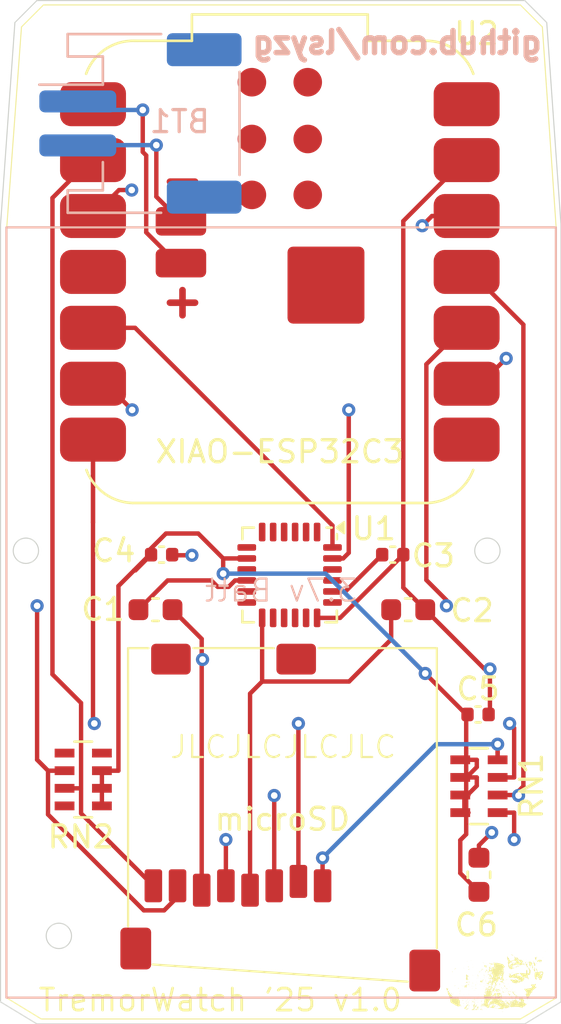
<source format=kicad_pcb>
(kicad_pcb (version 20241229) (generator "pcbnew") (generator_version "9.0")
  (layers (0 "F.Cu" signal) (4 "In1.Cu" signal) (6 "In2.Cu" signal) (2 "B.Cu" signal) (13 "F.Paste" user) (15 "B.Paste" user) (5 "F.SilkS" user "F.Silkscreen") (7 "B.SilkS" user "B.Silkscreen") (1 "F.Mask" user) (3 "B.Mask" user) (25 "Edge.Cuts" user))
  (net 0 "")
  (net 6 "SCL")
  (net 7 "+3V3")
  (net 9 "Net-(U1-CPOUT)")
  (net 11 "Net-(U1-REGOUT)")
  (net 21 "SDA")
  (net 22 "GND")
  (net 26 "DAT2")
  (net 29 "CLK")
  (net 30 "MISO{slash}SO")
  (net 32 "CS")
  (net 33 "MOSI{slash}SI")
  (net 34 "/CARDDET")
  (net 36 "DAT1")
  (net 37 "Net-(BT1--)")
  (net 38 "Net-(BT1-+)")
  (footprint "Capacitor_SMD:C_0603_1608Metric" (layer "F.Cu") (at 125.3972 107.1785)
    (property "Reference" "C1" (at -2.392154 -0.013307 0) (layer "F.SilkS"))
    (property "Value" "0.1uF")
    (pad "1" smd roundrect (at -0.775 0) (size 0.9 0.95) (layers "F.Cu" "F.Mask" "F.Paste") (net 11 "Net-(U1-REGOUT)"))
    (pad "2" smd roundrect (at 0.775 0) (size 0.9 0.95) (layers "F.Cu" "F.Mask" "F.Paste") (net 22 "GND"))
  )
  (footprint "Capacitor_SMD:C_0402_1005Metric" (layer "F.Cu") (at 125.6764 104.6785)
    (property "Reference" "C4" (at -2.1764 -0.1785 0) (layer "F.SilkS"))
    (property "Value" "10nF")
    (pad "1" smd roundrect (at -0.48 0) (size 0.56 0.62) (layers "F.Cu" "F.Mask" "F.Paste") (net 7 "+3V3"))
    (pad "2" smd roundrect (at 0.48 0) (size 0.56 0.62) (layers "F.Cu" "F.Mask" "F.Paste") (net 22 "GND"))
  )
  (footprint "Capacitor_SMD:C_0402_1005Metric" (layer "F.Cu") (at 140.0751 111.9391)
    (property "Reference" "C5" (at 0 -1.16 0) (layer "F.SilkS"))
    (property "Value" "10uF")
    (pad "1" smd roundrect (at -0.48 0) (size 0.56 0.62) (layers "F.Cu" "F.Mask" "F.Paste") (net 7 "+3V3"))
    (pad "2" smd roundrect (at 0.48 0) (size 0.56 0.62) (layers "F.Cu" "F.Mask" "F.Paste") (net 22 "GND"))
  )
  (footprint "Sensor_Motion:InvenSense_QFN-24_4x4mm_P0.5mm" (layer "F.Cu") (at 131.5 105.6002 -90)
    (property "Reference" "U1" (at -2.1002 -3.829819 180) (layer "F.SilkS"))
    (property "Value" "MPU-6050")
    (pad "1" smd roundrect (at -1.95 -1.25 270) (size 0.85 0.3) (layers "F.Cu" "F.Mask" "F.Paste"))
    (pad "2" smd roundrect (at -1.95 -0.75 270) (size 0.85 0.3) (layers "F.Cu" "F.Mask" "F.Paste"))
    (pad "3" smd roundrect (at -1.95 -0.25 270) (size 0.85 0.3) (layers "F.Cu" "F.Mask" "F.Paste"))
    (pad "4" smd roundrect (at -1.95 0.25 270) (size 0.85 0.3) (layers "F.Cu" "F.Mask" "F.Paste"))
    (pad "5" smd roundrect (at -1.95 0.75 270) (size 0.85 0.3) (layers "F.Cu" "F.Mask" "F.Paste"))
    (pad "6" smd roundrect (at -1.95 1.25 270) (size 0.85 0.3) (layers "F.Cu" "F.Mask" "F.Paste"))
    (pad "7" smd roundrect (at -1.25 1.95) (size 0.85 0.3) (layers "F.Cu" "F.Mask" "F.Paste"))
    (pad "8" smd roundrect (at -0.75 1.95) (size 0.85 0.3) (layers "F.Cu" "F.Mask" "F.Paste") (net 7 "+3V3"))
    (pad "9" smd roundrect (at -0.25 1.95) (size 0.85 0.3) (layers "F.Cu" "F.Mask" "F.Paste"))
    (pad "10" smd roundrect (at 0.25 1.95) (size 0.85 0.3) (layers "F.Cu" "F.Mask" "F.Paste") (net 11 "Net-(U1-REGOUT)"))
    (pad "11" smd roundrect (at 0.75 1.95) (size 0.85 0.3) (layers "F.Cu" "F.Mask" "F.Paste"))
    (pad "12" smd roundrect (at 1.25 1.95) (size 0.85 0.3) (layers "F.Cu" "F.Mask" "F.Paste"))
    (pad "13" smd roundrect (at 1.95 1.25 270) (size 0.85 0.3) (layers "F.Cu" "F.Mask" "F.Paste") (net 7 "+3V3"))
    (pad "14" smd roundrect (at 1.95 0.75 270) (size 0.85 0.3) (layers "F.Cu" "F.Mask" "F.Paste"))
    (pad "15" smd roundrect (at 1.95 0.25 270) (size 0.85 0.3) (layers "F.Cu" "F.Mask" "F.Paste"))
    (pad "16" smd roundrect (at 1.95 -0.25 270) (size 0.85 0.3) (layers "F.Cu" "F.Mask" "F.Paste"))
    (pad "17" smd roundrect (at 1.95 -0.75 270) (size 0.85 0.3) (layers "F.Cu" "F.Mask" "F.Paste"))
    (pad "18" smd roundrect (at 1.95 -1.25 270) (size 0.85 0.3) (layers "F.Cu" "F.Mask" "F.Paste") (net 22 "GND"))
    (pad "19" smd roundrect (at 1.25 -1.95) (size 0.85 0.3) (layers "F.Cu" "F.Mask" "F.Paste"))
    (pad "20" smd roundrect (at 0.75 -1.95) (size 0.85 0.3) (layers "F.Cu" "F.Mask" "F.Paste") (net 9 "Net-(U1-CPOUT)"))
    (pad "21" smd roundrect (at 0.25 -1.95) (size 0.85 0.3) (layers "F.Cu" "F.Mask" "F.Paste"))
    (pad "22" smd roundrect (at -0.25 -1.95) (size 0.85 0.3) (layers "F.Cu" "F.Mask" "F.Paste"))
    (pad "23" smd roundrect (at -0.75 -1.95) (size 0.85 0.3) (layers "F.Cu" "F.Mask" "F.Paste") (net 6 "SCL"))
    (pad "24" smd roundrect (at -1.25 -1.95) (size 0.85 0.3) (layers "F.Cu" "F.Mask" "F.Paste") (net 21 "SDA"))
  )
  (footprint "Resistor_SMD:R_Array_Concave_4x0603" (layer "F.Cu") (at 140.1151 115.2)
    (property "Reference" "RN1" (at 2.3849 -0.006163 270) (layer "F.SilkS"))
    (property "Value" "4.7k")
    (pad "1" smd rect (at -0.85 -1.2) (size 0.9 0.4) (layers "F.Cu" "F.Mask" "F.Paste") (net 7 "+3V3"))
    (pad "2" smd rect (at -0.85 -0.4) (size 0.9 0.4) (layers "F.Cu" "F.Mask" "F.Paste") (net 7 "+3V3"))
    (pad "3" smd rect (at -0.85 0.4) (size 0.9 0.4) (layers "F.Cu" "F.Mask" "F.Paste") (net 7 "+3V3"))
    (pad "4" smd rect (at -0.85 1.2) (size 0.9 0.4) (layers "F.Cu" "F.Mask" "F.Paste") (net 7 "+3V3"))
    (pad "5" smd rect (at 0.85 1.2) (size 0.9 0.4) (layers "F.Cu" "F.Mask" "F.Paste") (net 29 "CLK"))
    (pad "6" smd rect (at 0.85 0.4) (size 0.9 0.4) (layers "F.Cu" "F.Mask" "F.Paste") (net 33 "MOSI{slash}SI"))
    (pad "7" smd rect (at 0.85 -0.4) (size 0.9 0.4) (layers "F.Cu" "F.Mask" "F.Paste") (net 32 "CS"))
    (pad "8" smd rect (at 0.85 -1.2) (size 0.9 0.4) (layers "F.Cu" "F.Mask" "F.Paste") (net 26 "DAT2"))
  )
  (footprint "Adafruit_MicroSD_Socket:timmy2" (layer "F.Cu") (at 140.885188 123.851889)
    (property "Reference" "Intimidator" (hide yes))
    (property "Value" "LOGO" (hide yes))
  )
  (footprint "Capacitor_SMD:C_0603_1608Metric" (layer "F.Cu") (at 140.1151 119.225 90)
    (property "Reference" "C6" (at -2.275 -0.1151 180) (layer "F.SilkS"))
    (property "Value" "0.1uF")
    (pad "1" smd roundrect (at -0.775 0 90) (size 0.9 0.95) (layers "F.Cu" "F.Mask" "F.Paste") (net 7 "+3V3"))
    (pad "2" smd roundrect (at 0.775 0 90) (size 0.9 0.95) (layers "F.Cu" "F.Mask" "F.Paste") (net 22 "GND"))
  )
  (footprint "Adafruit_MicroSD_Socket:MicroSD_Socket" (layer "F.Cu") (at 131.175 116.7 180)
    (property "Reference" "X1")
    (property "Value" "microSD" (at 0 0 0) (layer "F.SilkS"))
    (pad "1" smd roundrect (at -1.825 -3.025 180) (size 0.8 1.5) (layers "F.Cu" "F.Mask" "F.Paste" "Eco2.User") (roundrect_rratio 0.15) (net 26 "DAT2"))
    (pad "2" smd roundrect (at -0.725 -2.825 90) (size 1.5 0.8) (layers "F.Cu" "F.Mask" "F.Paste") (roundrect_rratio 0.15) (net 32 "CS"))
    (pad "3" smd roundrect (at 0.375 -3.025 90) (size 1.5 0.8) (layers "F.Cu" "F.Mask" "F.Paste") (roundrect_rratio 0.15) (net 33 "MOSI{slash}SI"))
    (pad "4" smd roundrect (at 1.475 -3.225 90) (size 1.5 0.8) (layers "F.Cu" "F.Mask" "F.Paste") (roundrect_rratio 0.15) (net 7 "+3V3"))
    (pad "5" smd roundrect (at 2.575 -3.025 90) (size 1.5 0.8) (layers "F.Cu" "F.Mask" "F.Paste") (roundrect_rratio 0.15) (net 29 "CLK"))
    (pad "6" smd roundrect (at 3.675 -3.225 90) (size 1.5 0.8) (layers "F.Cu" "F.Mask" "F.Paste") (roundrect_rratio 0.15) (net 22 "GND"))
    (pad "7" smd roundrect (at 4.775 -3.025 90) (size 1.5 0.8) (layers "F.Cu" "F.Mask" "F.Paste") (roundrect_rratio 0.15) (net 30 "MISO{slash}SO"))
    (pad "8" smd roundrect (at 5.875 -3.025 90) (size 1.5 0.8) (layers "F.Cu" "F.Mask" "F.Paste") (roundrect_rratio 0.15) (net 36 "DAT1"))
    (pad "9" smd roundrect (at 5.075 7.275) (size 1.8 1.4) (layers "F.Cu" "F.Mask" "F.Paste") (roundrect_rratio 0.15))
    (pad "10" smd roundrect (at -0.625 7.275) (size 1.8 1.4) (layers "F.Cu" "F.Mask" "F.Paste") (roundrect_rratio 0.15))
    (pad "GND" smd roundrect (at -6.475 -6.875 270) (size 1.9 1.4) (layers "F.Cu" "F.Mask" "F.Paste") (roundrect_rratio 0.15))
    (pad "GND" smd roundrect (at 6.675 -5.875 270) (size 1.9 1.4) (layers "F.Cu" "F.Mask" "F.Paste") (roundrect_rratio 0.15))
  )
  (footprint "Capacitor_SMD:C_0402_1005Metric" (layer "F.Cu") (at 136.1922 104.6785 180)
    (property "Reference" "C3" (at -1.849197 -0.050733 180) (layer "F.SilkS"))
    (property "Value" "2.2nF")
    (pad "1" smd roundrect (at -0.48 0 180) (size 0.56 0.62) (layers "F.Cu" "F.Mask" "F.Paste") (net 22 "GND"))
    (pad "2" smd roundrect (at 0.48 0 180) (size 0.56 0.62) (layers "F.Cu" "F.Mask" "F.Paste") (net 9 "Net-(U1-CPOUT)"))
  )
  (footprint "RF_Module:MCU_Seeed_ESP32C3" (layer "F.Cu") (at 131.0545 91.8305)
    (property "Reference" "U2" (at 8.9455 -10.8305 0) (layer "F.SilkS"))
    (property "Value" "XIAO-ESP32C3" (at 0 8.1695 0) (layer "F.SilkS"))
    (pad "1" smd roundrect (at -8.5 -7.62) (size 3 2) (layers "F.Cu" "F.Mask" "F.Paste"))
    (pad "2" smd roundrect (at -8.5 -5.08) (size 3 2) (layers "F.Cu" "F.Mask" "F.Paste") (net 36 "DAT1"))
    (pad "3" smd roundrect (at -8.5 -2.54) (size 3 2) (layers "F.Cu" "F.Mask" "F.Paste") (net 26 "DAT2"))
    (pad "4" smd roundrect (at -8.5 0) (size 3 2) (layers "F.Cu" "F.Mask" "F.Paste"))
    (pad "5" smd roundrect (at -8.5 2.54) (size 3 2) (layers "F.Cu" "F.Mask" "F.Paste") (net 21 "SDA"))
    (pad "6" smd roundrect (at -8.5 5.08) (size 3 2) (layers "F.Cu" "F.Mask" "F.Paste") (net 6 "SCL"))
    (pad "7" smd roundrect (at -8.5 7.62) (size 3 2) (layers "F.Cu" "F.Mask" "F.Paste") (net 32 "CS"))
    (pad "8" smd roundrect (at 8.5 7.62) (size 3 2) (layers "F.Cu" "F.Mask" "F.Paste"))
    (pad "9" smd roundrect (at 8.5 5.08) (size 3 2) (layers "F.Cu" "F.Mask" "F.Paste") (net 29 "CLK"))
    (pad "10" smd roundrect (at 8.5 2.54) (size 3 2) (layers "F.Cu" "F.Mask" "F.Paste") (net 30 "MISO{slash}SO"))
    (pad "11" smd roundrect (at 8.5 0) (size 3 2) (layers "F.Cu" "F.Mask" "F.Paste") (net 33 "MOSI{slash}SI"))
    (pad "12" smd roundrect (at 8.5 -2.54) (size 3 2) (layers "F.Cu" "F.Mask" "F.Paste") (net 7 "+3V3"))
    (pad "13" smd roundrect (at 8.5 -5.08) (size 3 2) (layers "F.Cu" "F.Mask" "F.Paste") (net 22 "GND"))
    (pad "14" smd roundrect (at 8.5 -7.62) (size 3 2) (layers "F.Cu" "F.Mask" "F.Paste"))
    (pad "15" smd roundrect (at 2.1 0.6) (size 3.5 3.5) (property pad_prop_heatsink) (layers "F.Cu" "F.Mask") (roundrect_rratio 0.07142857143))
    (pad "16" smd roundrect (at -4.5 -0.4) (size 2.3 1.3) (layers "F.Cu" "F.Mask" "F.Paste") (roundrect_rratio 0.1923076923) (net 38 "Net-(BT1-+)"))
    (pad "17" smd roundrect (at -4.5 -2.3) (size 2.3 1.3) (layers "F.Cu" "F.Mask" "F.Paste") (roundrect_rratio 0.1923076923) (net 37 "Net-(BT1--)"))
    (pad "18" smd circle (at -1.27 -8.62) (size 1.3 1.3) (layers "F.Cu" "F.Mask" "F.Paste"))
    (pad "19" smd circle (at -1.27 -6.04) (size 1.3 1.3) (layers "F.Cu" "F.Mask" "F.Paste"))
    (pad "20" smd circle (at -1.27 -3.5) (size 1.3 1.3) (layers "F.Cu" "F.Mask" "F.Paste"))
    (pad "21" smd circle (at 1.27 -3.5) (size 1.3 1.3) (layers "F.Cu" "F.Mask" "F.Paste"))
    (pad "22" smd circle (at 1.27 -6.04) (size 1.3 1.3) (layers "F.Cu" "F.Mask" "F.Paste"))
    (pad "23" smd circle (at 1.27 -8.62) (size 1.3 1.3) (layers "F.Cu" "F.Mask" "F.Paste"))
  )
  (footprint "Capacitor_SMD:C_0603_1608Metric" (layer "F.Cu") (at 136.8972 107.1785)
    (property "Reference" "C2" (at 2.906924 0.040683 0) (layer "F.SilkS"))
    (property "Value" "0.1uF")
    (pad "1" smd roundrect (at -0.775 0) (size 0.9 0.95) (layers "F.Cu" "F.Mask" "F.Paste") (net 7 "+3V3"))
    (pad "2" smd roundrect (at 0.775 0) (size 0.9 0.95) (layers "F.Cu" "F.Mask" "F.Paste") (net 22 "GND"))
  )
  (footprint "Resistor_SMD:R_Array_Concave_4x0603" (layer "F.Cu") (at 122.109 114.8946 180)
    (property "Reference" "RN2" (at 0.109 -2.6054 180) (layer "F.SilkS"))
    (property "Value" "4.7k")
    (pad "1" smd rect (at -0.85 -1.2 180) (size 0.9 0.4) (layers "F.Cu" "F.Mask" "F.Paste") (net 7 "+3V3"))
    (pad "2" smd rect (at -0.85 -0.4 180) (size 0.9 0.4) (layers "F.Cu" "F.Mask" "F.Paste") (net 7 "+3V3"))
    (pad "3" smd rect (at -0.85 0.4 180) (size 0.9 0.4) (layers "F.Cu" "F.Mask" "F.Paste") (net 7 "+3V3"))
    (pad "4" smd rect (at -0.85 1.2 180) (size 0.9 0.4) (layers "F.Cu" "F.Mask" "F.Paste"))
    (pad "5" smd rect (at 0.85 1.2 180) (size 0.9 0.4) (layers "F.Cu" "F.Mask" "F.Paste"))
    (pad "6" smd rect (at 0.85 0.4 180) (size 0.9 0.4) (layers "F.Cu" "F.Mask" "F.Paste") (net 30 "MISO{slash}SO"))
    (pad "7" smd rect (at 0.85 -0.4 180) (size 0.9 0.4) (layers "F.Cu" "F.Mask" "F.Paste") (net 36 "DAT1"))
    (pad "8" smd rect (at 0.85 -1.2 180) (size 0.9 0.4) (layers "F.Cu" "F.Mask" "F.Paste") (net 34 "/CARDDET"))
  )
  (footprint "Connector_JST:JST_PH_S2B-PH-SM4-TB_1x02-1MP_P2.00mm_Horizontal" (layer "B.Cu") (at 124.71237 85.083407 -90)
    (property "Reference" "BT1" (at -0.083407 -1.78763 180) (layer "B.SilkS") (effects (justify mirror)))
    (property "Value" "Battery_Cell")
    (pad "1" smd roundrect (at -1 2.85 270) (size 1 3.5) (layers "B.Cu" "B.Mask" "B.Paste") (net 38 "Net-(BT1-+)"))
    (pad "2" smd roundrect (at 1 2.85 270) (size 1 3.5) (layers "B.Cu" "B.Mask" "B.Paste") (net 37 "Net-(BT1--)"))
    (pad "MP" smd roundrect (at -3.35 -2.9 270) (size 1.5 3.4) (layers "B.Cu" "B.Mask" "B.Paste") (roundrect_rratio 0.166667))
    (pad "MP" smd roundrect (at 3.35 -2.9 270) (size 1.5 3.4) (layers "B.Cu" "B.Mask" "B.Paste") (roundrect_rratio 0.166667))
  )
  (footprint "Adafruit_MicroSD_Socket:bat_outline" (layer "B.Cu") (at 131.1148 106.8062 180)
    (property "Reference" "3.7v Batt" (at 0 0.5 0) (layer "B.SilkS") (effects (font (thickness 0.1)) (justify mirror)))
    (property "Value" "bat_outline")
  )
  (gr_line (start 120.3 79.699278) (end 142 79.699278) (stroke (width 0.05)) (layer "F.SilkS"))
  (gr_line (start 143.628733 89.820085) (end 143.628733 124.820085) (stroke (width 0.05)) (layer "F.SilkS"))
  (gr_line (start 142 79.699278) (end 143 80.699278) (stroke (width 0.05)) (layer "F.SilkS"))
  (gr_line (start 142 125.775813) (end 143.628733 124.820085) (stroke (width 0.05)) (layer "F.SilkS"))
  (gr_line (start 120.2 125.775813) (end 142 125.775813) (stroke (width 0.05)) (layer "F.SilkS"))
  (gr_line (start 119.3 80.699278) (end 120.3 79.699278) (stroke (width 0.05)) (layer "F.SilkS"))
  (gr_line (start 143 80.699278) (end 143.628733 89.820085) (stroke (width 0.05)) (layer "F.SilkS"))
  (gr_line (start 118.628733 89.820085) (end 118.628733 124.820085) (stroke (width 0.05)) (layer "F.SilkS"))
  (gr_line (start 118.628733 124.820085) (end 120.2 125.775813) (stroke (width 0.05)) (layer "F.SilkS"))
  (gr_line (start 119.3 80.699278) (end 118.628733 89.820085) (stroke (width 0.05)) (layer "F.SilkS"))
  (gr_line (start 143.846918 125) (end 143.846918 89.672965) (stroke (width 0.05)) (layer "Edge.Cuts"))
  (gr_line (start 119 80.5) (end 120 79.5) (stroke (width 0.05)) (layer "Edge.Cuts"))
  (gr_circle (center 140.5 104.5) (end 141.076 104.5) (stroke (width 0.05)) (fill no) (layer "Edge.Cuts"))
  (gr_circle (center 119.5 104.5) (end 120.076 104.5) (stroke (width 0.05)) (fill no) (layer "Edge.Cuts"))
  (gr_line (start 142.2 126) (end 143.846918 125) (stroke (width 0.05)) (layer "Edge.Cuts"))
  (gr_line (start 120 126) (end 142.2 126) (stroke (width 0.05)) (layer "Edge.Cuts"))
  (gr_line (start 119 80.5) (end 118.346918 89.672965) (stroke (width 0.05)) (layer "Edge.Cuts"))
  (gr_line (start 118.346918 125) (end 120 126) (stroke (width 0.05)) (layer "Edge.Cuts"))
  (gr_line (start 120 79.5) (end 142.2 79.5) (stroke (width 0.05)) (layer "Edge.Cuts"))
  (gr_line (start 143.2 80.5) (end 143.846918 89.672965) (stroke (width 0.05)) (layer "Edge.Cuts"))
  (gr_circle (center 121 122) (end 121.576 122) (stroke (width 0.05)) (fill no) (layer "Edge.Cuts"))
  (gr_line (start 142.2 79.5) (end 143.2 80.5) (stroke (width 0.05)) (layer "Edge.Cuts"))
  (gr_line (start 118.346918 89.672965) (end 118.346918 125) (stroke (width 0.05)) (layer "Edge.Cuts"))
  (gr_text "-" (at 125.5 88.5 0) (layer "F.Cu") (effects (font (size 1.5 1.5) (thickness 0.3) (bold yes)) (justify left bottom)))
  (gr_text "+" (at 125.5 94 0) (layer "F.Cu") (effects (font (size 1.5 1.5) (thickness 0.3) (bold yes)) (justify left bottom)))
  (gr_text "TremorWatch '25 v1.0" (at 120 125.5 0) (layer "F.SilkS") (effects (font (size 1 1) (thickness 0.125)) (justify left bottom)))
  (gr_text "JLCJLCJLCJLC" (at 126 114 0) (layer "F.SilkS") (effects (font (size 1 1) (thickness 0.1)) (justify left bottom)))
  (gr_text "github.com/lsyzg" (at 143.098222 82 0) (layer "B.SilkS") (effects (font (size 1 1) (thickness 0.25) (bold yes)) (justify left bottom mirror)))
  (segment (start 134.191 104.595) (end 134.191 98.1011) (width 0.2) (layer "F.Cu") (net 6))
  (segment (start 124.335 98.1011) (end 123.144 96.9105) (width 0.2) (layer "F.Cu") (net 6))
  (segment (start 133.4502 104.85) (end 133.45 104.8502) (width 0.2) (layer "F.Cu") (net 6))
  (segment (start 123.144 96.9105) (end 122.5545 96.9105) (width 0.2) (layer "F.Cu") (net 6))
  (segment (start 133.45 104.85) (end 133.4502 104.85) (width 0.2) (layer "F.Cu") (net 6))
  (segment (start 133.4502 104.85) (end 133.936 104.85) (width 0.2) (layer "F.Cu") (net 6))
  (segment (start 133.936 104.85) (end 134.191 104.595) (width 0.2) (layer "F.Cu") (net 6))
  (segment (start 122.5545 96.9105) (end 122.554 96.9105) (width 0.2) (layer "F.Cu") (net 6))
  (via (at 124.335 98.1011) (size 0.6) (drill 0.3) (layers "F.Cu" "B.Cu") (net 6))
  (via (at 134.191 98.1011) (size 0.6) (drill 0.3) (layers "F.Cu" "B.Cu") (net 6))
  (segment (start 139.2651 114.8) (end 139.535 114.8) (width 0.2) (layer "F.Cu") (net 7))
  (segment (start 122.959 115.2946) (end 122.959 114.495) (width 0.2) (layer "F.Cu") (net 7))
  (segment (start 139.641 114.8) (end 139.535 114.8) (width 0.2) (layer "F.Cu") (net 7))
  (segment (start 139.2651 116.4) (end 139.4521 116.4) (width 0.2) (layer "F.Cu") (net 7))
  (segment (start 125.136 104.454) (end 125.874 103.717) (width 0.2) (layer "F.Cu") (net 7))
  (segment (start 124.4235 105.391) (end 125.136 104.678) (width 0.2) (layer "F.Cu") (net 7))
  (segment (start 140.0168 115.1774) (end 140.0168 114.8) (width 0.2) (layer "F.Cu") (net 7))
  (segment (start 136.1222 107.466) (end 136.1222 107.1785) (width 0.2) (layer "F.Cu") (net 7))
  (segment (start 139.265 115.6) (end 139.2651 115.6) (width 0.2) (layer "F.Cu") (net 7))
  (segment (start 137.976 89.2905) (end 137.535 89.7315) (width 0.2) (layer "F.Cu") (net 7))
  (segment (start 139.2651 114) (end 140.0168 114) (width 0.2) (layer "F.Cu") (net 7))
  (segment (start 139.535 114.8) (end 139.535 111.9391) (width 0.2) (layer "F.Cu") (net 7))
  (segment (start 129.7 110.992) (end 130.25 110.442) (width 0.2) (layer "F.Cu") (net 7))
  (segment (start 134.207 110.442) (end 136.122 108.526) (width 0.2) (layer "F.Cu") (net 7))
  (segment (start 127.343 103.717) (end 128.477 104.85) (width 0.2) (layer "F.Cu") (net 7))
  (segment (start 122.959 116.0946) (end 122.959 116.095) (width 0.2) (layer "F.Cu") (net 7))
  (segment (start 139.641 114.8) (end 140.0168 114.8) (width 0.2) (layer "F.Cu") (net 7))
  (segment (start 139.265 119.15) (end 139.265 117.653) (width 0.2) (layer "F.Cu") (net 7))
  (segment (start 140.1151 120) (end 140.115 120) (width 0.2) (layer "F.Cu") (net 7))
  (segment (start 124.4839 105.391) (end 125.1964 104.6785) (width 0.2) (layer "F.Cu") (net 7))
  (segment (start 140.115 120) (end 139.265 119.15) (width 0.2) (layer "F.Cu") (net 7))
  (segment (start 136.122 108.526) (end 136.122 107.4662) (width 0.2) (layer "F.Cu") (net 7))
  (segment (start 139.554 89.2905) (end 137.976 89.2905) (width 0.2) (layer "F.Cu") (net 7))
  (segment (start 136.122 107.4662) (end 136.122 107.178) (width 0.2) (layer "F.Cu") (net 7))
  (segment (start 139.535 111.939) (end 137.672 110.076) (width 0.2) (layer "F.Cu") (net 7))
  (segment (start 139.535 117.383) (end 139.535 114.8) (width 0.2) (layer "F.Cu") (net 7))
  (segment (start 129.55 104.85) (end 129.5498 104.85) (width 0.2) (layer "F.Cu") (net 7))
  (segment (start 128.477 105.54) (end 128.477 104.85) (width 0.2) (layer "F.Cu") (net 7))
  (segment (start 137.672 110.076) (end 136.122 108.526) (width 0.2) (layer "F.Cu") (net 7))
  (segment (start 140.0168 114) (end 140.0168 114.3303) (width 0.2) (layer "F.Cu") (net 7))
  (segment (start 124.4235 105.391) (end 124.4839 105.391) (width 0.2) (layer "F.Cu") (net 7))
  (segment (start 139.5545 89.2905) (end 139.554 89.2905) (width 0.2) (layer "F.Cu") (net 7))
  (segment (start 129.5498 104.85) (end 129.55 104.8502) (width 0.2) (layer "F.Cu") (net 7))
  (segment (start 136.122 107.4662) (end 136.1222 107.466) (width 0.2) (layer "F.Cu") (net 7))
  (segment (start 139.5951 111.9391) (end 139.535 111.9391) (width 0.2) (layer "F.Cu") (net 7))
  (segment (start 139.265 116.4) (end 139.2651 116.4) (width 0.2) (layer "F.Cu") (net 7))
  (segment (start 122.959 114.495) (end 123.711 114.495) (width 0.2) (layer "F.Cu") (net 7))
  (segment (start 125.874 103.717) (end 127.343 103.717) (width 0.2) (layer "F.Cu") (net 7))
  (segment (start 139.4521 116.4) (end 139.639 116.4) (width 0.2) (layer "F.Cu") (net 7))
  (segment (start 130.25 110.442) (end 134.207 110.442) (width 0.2) (layer "F.Cu") (net 7))
  (segment (start 122.959 116.0946) (end 122.959 115.2946) (width 0.2) (layer "F.Cu") (net 7))
  (segment (start 129.7 119.925) (end 129.7 110.992) (width 0.2) (layer "F.Cu") (net 7))
  (segment (start 139.5471 114.8) (end 139.535 114.8) (width 0.2) (layer "F.Cu") (net 7))
  (segment (start 139.4521 115.6) (end 139.639 115.6) (width 0.2) (layer "F.Cu") (net 7))
  (segment (start 130.25 110.442) (end 130.25 107.5502) (width 0.2) (layer "F.Cu") (net 7))
  (segment (start 139.4521 115.6) (end 139.5942 115.6) (width 0.2) (layer "F.Cu") (net 7))
  (segment (start 129.5498 104.85) (end 128.477 104.85) (width 0.2) (layer "F.Cu") (net 7))
  (segment (start 139.265 117.653) (end 139.535 117.383) (width 0.2) (layer "F.Cu") (net 7))
  (segment (start 123.711 106.104) (end 124.4235 105.391) (width 0.2) (layer "F.Cu") (net 7))
  (segment (start 122.959 114.4946) (end 122.959 114.495) (width 0.2) (layer "F.Cu") (net 7))
  (segment (start 123.711 114.495) (end 123.711 106.104) (width 0.2) (layer "F.Cu") (net 7))
  (segment (start 139.5942 115.6) (end 140.0168 115.1774) (width 0.2) (layer "F.Cu") (net 7))
  (segment (start 125.136 104.678) (end 125.136 104.454) (width 0.2) (layer "F.Cu") (net 7))
  (segment (start 140.0168 114.3303) (end 139.5471 114.8) (width 0.2) (layer "F.Cu") (net 7))
  (segment (start 139.535 111.9391) (end 139.535 111.939) (width 0.2) (layer "F.Cu") (net 7))
  (segment (start 130.25 107.5502) (end 130.25 107.55) (width 0.2) (layer "F.Cu") (net 7))
  (segment (start 139.4521 116.4) (end 139.4521 115.6) (width 0.2) (layer "F.Cu") (net 7))
  (segment (start 139.2651 115.6) (end 139.4521 115.6) (width 0.2) (layer "F.Cu") (net 7))
  (via (at 137.535 89.7315) (size 0.6) (drill 0.3) (layers "F.Cu" "B.Cu") (net 7))
  (via (at 128.477 105.54) (size 0.6) (drill 0.3) (layers "F.Cu" "B.Cu") (net 7))
  (via (at 137.672 110.076) (size 0.6) (drill 0.3) (layers "F.Cu" "B.Cu") (net 7))
  (segment (start 133.136 105.54) (end 128.477 105.54) (width 0.2) (layer "B.Cu") (net 7))
  (segment (start 137.672 110.076) (end 133.136 105.54) (width 0.2) (layer "B.Cu") (net 7))
  (segment (start 135.7119 104.6781) (end 134.04 106.35) (width 0.2) (layer "F.Cu") (net 9))
  (segment (start 133.4502 106.35) (end 133.45 106.3502) (width 0.2) (layer "F.Cu") (net 9))
  (segment (start 134.04 106.35) (end 133.4502 106.35) (width 0.2) (layer "F.Cu") (net 9))
  (segment (start 133.4502 106.35) (end 133.45 106.35) (width 0.2) (layer "F.Cu") (net 9))
  (segment (start 135.712 104.678) (end 135.7119 104.6781) (width 0.2) (layer "F.Cu") (net 9))
  (segment (start 135.7122 104.6785) (end 135.7119 104.6782) (width 0.2) (layer "F.Cu") (net 9))
  (segment (start 135.7119 104.6782) (end 135.7119 104.6781) (width 0.2) (layer "F.Cu") (net 9))
  (segment (start 128.228 106.141) (end 128.726 106.141) (width 0.2) (layer "F.Cu") (net 11))
  (segment (start 124.622 107.178) (end 124.6222 107.1778) (width 0.2) (layer "F.Cu") (net 11))
  (segment (start 129.017 105.85) (end 129.5498 105.85) (width 0.2) (layer "F.Cu") (net 11))
  (segment (start 128.726 106.141) (end 129.017 105.85) (width 0.2) (layer "F.Cu") (net 11))
  (segment (start 125.95 105.85) (end 127.936 105.85) (width 0.2) (layer "F.Cu") (net 11))
  (segment (start 129.5498 105.85) (end 129.55 105.8502) (width 0.2) (layer "F.Cu") (net 11))
  (segment (start 124.6222 107.1778) (end 125.95 105.85) (width 0.2) (layer "F.Cu") (net 11))
  (segment (start 129.5498 105.85) (end 129.55 105.85) (width 0.2) (layer "F.Cu") (net 11))
  (segment (start 124.6222 107.1778) (end 124.6222 107.1785) (width 0.2) (layer "F.Cu") (net 11))
  (segment (start 127.936 105.85) (end 128.228 106.141) (width 0.2) (layer "F.Cu") (net 11))
  (segment (start 133.45 103.351) (end 133.45 104.35) (width 0.2) (layer "F.Cu") (net 21))
  (segment (start 124.47 94.3705) (end 133.45 103.351) (width 0.2) (layer "F.Cu") (net 21))
  (segment (start 122.5545 94.3705) (end 124.47 94.3705) (width 0.2) (layer "F.Cu") (net 21))
  (segment (start 122.554 94.3705) (end 122.5545 94.3705) (width 0.2) (layer "F.Cu") (net 21))
  (segment (start 133.45 104.35) (end 133.45 104.3502) (width 0.2) (layer "F.Cu") (net 21))
  (segment (start 139.554 86.7505) (end 139.442 86.7505) (width 0.2) (layer "F.Cu") (net 22))
  (segment (start 127.5 108.506) (end 127.5 109.442) (width 0.2) (layer "F.Cu") (net 22))
  (segment (start 139.442 86.7505) (end 136.672 89.5202) (width 0.2) (layer "F.Cu") (net 22))
  (segment (start 127.5 109.442) (end 127.5 119.925) (width 0.2) (layer "F.Cu") (net 22))
  (segment (start 136.672 106.178) (end 137.0967 106.6027) (width 0.2) (layer "F.Cu") (net 22))
  (segment (start 137.0967 106.603) (end 137.0967 106.6027) (width 0.2) (layer "F.Cu") (net 22))
  (segment (start 137.6722 107.1785) (end 137.0967 106.603) (width 0.2) (layer "F.Cu") (net 22))
  (segment (start 140.368 109.874) (end 140.615 109.874) (width 0.2) (layer "F.Cu") (net 22))
  (segment (start 133.8 107.55) (end 136.672 104.678) (width 0.2) (layer "F.Cu") (net 22))
  (segment (start 127.054 104.706) (end 126.244 104.706) (width 0.2) (layer "F.Cu") (net 22))
  (segment (start 126.836 107.842) (end 127.5 108.506) (width 0.2) (layer "F.Cu") (net 22))
  (segment (start 126.8357 107.842) (end 126.1722 107.1785) (width 0.2) (layer "F.Cu") (net 22))
  (segment (start 140.5551 111.9391) (end 140.6149 111.9391) (width 0.2) (layer "F.Cu") (net 22))
  (segment (start 136.672 89.5202) (end 136.672 104.678) (width 0.2) (layer "F.Cu") (net 22))
  (segment (start 140.115 118.45) (end 140.115 117.885) (width 0.2) (layer "F.Cu") (net 22))
  (segment (start 140.615 109.874) (end 140.615 111.939) (width 0.2) (layer "F.Cu") (net 22))
  (segment (start 127.5 109.442) (end 127.538 109.442) (width 0.2) (layer "F.Cu") (net 22))
  (segment (start 126.836 107.842) (end 126.8357 107.842) (width 0.2) (layer "F.Cu") (net 22))
  (segment (start 132.7502 107.55) (end 133.8 107.55) (width 0.2) (layer "F.Cu") (net 22))
  (segment (start 132.7502 107.55) (end 132.75 107.5502) (width 0.2) (layer "F.Cu") (net 22))
  (segment (start 126.172 107.178) (end 126.836 107.842) (width 0.2) (layer "F.Cu") (net 22))
  (segment (start 126.244 104.706) (end 126.216 104.678) (width 0.2) (layer "F.Cu") (net 22))
  (segment (start 137.0967 106.6027) (end 140.368 109.874) (width 0.2) (layer "F.Cu") (net 22))
  (segment (start 140.1151 118.45) (end 140.115 118.45) (width 0.2) (layer "F.Cu") (net 22))
  (segment (start 140.6149 111.9391) (end 140.615 111.939) (width 0.2) (layer "F.Cu") (net 22))
  (segment (start 126.2155 104.6785) (end 126.216 104.678) (width 0.2) (layer "F.Cu") (net 22))
  (segment (start 132.75 107.55) (end 132.7502 107.55) (width 0.2) (layer "F.Cu") (net 22))
  (segment (start 139.5545 86.7505) (end 139.554 86.7505) (width 0.2) (layer "F.Cu") (net 22))
  (segment (start 140.115 117.885) (end 140.696 117.304) (width 0.2) (layer "F.Cu") (net 22))
  (segment (start 126.1564 104.6785) (end 126.2155 104.6785) (width 0.2) (layer "F.Cu") (net 22))
  (segment (start 136.6722 104.6785) (end 136.672 104.6783) (width 0.2) (layer "F.Cu") (net 22))
  (segment (start 136.672 104.678) (end 136.672 104.6783) (width 0.2) (layer "F.Cu") (net 22))
  (segment (start 136.672 104.6783) (end 136.672 106.178) (width 0.2) (layer "F.Cu") (net 22))
  (via (at 127.538 109.442) (size 0.6) (drill 0.3) (layers "F.Cu" "B.Cu") (net 22))
  (via (at 140.696 117.304) (size 0.6) (drill 0.3) (layers "F.Cu" "B.Cu") (net 22))
  (via (at 127.054 104.706) (size 0.6) (drill 0.3) (layers "F.Cu" "B.Cu") (net 22))
  (via (at 140.615 109.874) (size 0.6) (drill 0.3) (layers "F.Cu" "B.Cu") (net 22))
  (segment (start 123.735 88.1099) (end 124.315 88.1099) (width 0.2) (layer "F.Cu") (net 26))
  (segment (start 140.965 113.291) (end 140.965 113.6455) (width 0.2) (layer "F.Cu") (net 26))
  (segment (start 140.9651 113.6456) (end 140.9651 114) (width 0.2) (layer "F.Cu") (net 26))
  (segment (start 122.5543 89.2902) (end 123.735 88.1099) (width 0.2) (layer "F.Cu") (net 26))
  (segment (start 140.965 113.6455) (end 140.965 114) (width 0.2) (layer "F.Cu") (net 26))
  (segment (start 122.5543 89.2903) (end 122.5543 89.2902) (width 0.2) (layer "F.Cu") (net 26))
  (segment (start 122.554 89.2905) (end 122.5543 89.2902) (width 0.2) (layer "F.Cu") (net 26))
  (segment (start 140.965 113.6455) (end 140.9651 113.6456) (width 0.2) (layer "F.Cu") (net 26))
  (segment (start 122.5545 89.2905) (end 122.5543 89.2903) (width 0.2) (layer "F.Cu") (net 26))
  (segment (start 133 118.459) (end 133 119.725) (width 0.2) (layer "F.Cu") (net 26))
  (via (at 133 118.459) (size 0.6) (drill 0.3) (layers "F.Cu" "B.Cu") (net 26))
  (via (at 124.315 88.1099) (size 0.6) (drill 0.3) (layers "F.Cu" "B.Cu") (net 26))
  (via (at 140.965 113.291) (size 0.6) (drill 0.3) (layers "F.Cu" "B.Cu") (net 26))
  (segment (start 138.168 113.291) (end 140.965 113.291) (width 0.2) (layer "B.Cu") (net 26))
  (segment (start 133 118.459) (end 138.168 113.291) (width 0.2) (layer "B.Cu") (net 26))
  (segment (start 141.717 116.4) (end 141.717 117.624) (width 0.2) (layer "F.Cu") (net 29))
  (segment (start 128.6 119.725) (end 128.6 117.624) (width 0.2) (layer "F.Cu") (net 29))
  (segment (start 140.203 96.9105) (end 139.5545 96.9105) (width 0.2) (layer "F.Cu") (net 29))
  (segment (start 141.354 95.7596) (end 140.203 96.9105) (width 0.2) (layer "F.Cu") (net 29))
  (segment (start 140.9651 116.4) (end 141.717 116.4) (width 0.2) (layer "F.Cu") (net 29))
  (segment (start 139.5545 96.9105) (end 139.554 96.9105) (width 0.2) (layer "F.Cu") (net 29))
  (segment (start 140.965 116.4) (end 140.9651 116.4) (width 0.2) (layer "F.Cu") (net 29))
  (via (at 141.717 117.624) (size 0.6) (drill 0.3) (layers "F.Cu" "B.Cu") (net 29))
  (via (at 141.354 95.7596) (size 0.6) (drill 0.3) (layers "F.Cu" "B.Cu") (net 29))
  (via (at 128.6 117.624) (size 0.6) (drill 0.3) (layers "F.Cu" "B.Cu") (net 29))
  (segment (start 137.722 96.0266) (end 137.722 105.831) (width 0.2) (layer "F.Cu") (net 30))
  (segment (start 125.792 120.841) (end 126.4 120.233) (width 0.2) (layer "F.Cu") (net 30))
  (segment (start 139.378 94.3705) (end 137.722 96.0266) (width 0.2) (layer "F.Cu") (net 30))
  (segment (start 120.507 116.484) (end 124.865 120.841) (width 0.2) (layer "F.Cu") (net 30))
  (segment (start 120.507 114.495) (end 120.507 116.484) (width 0.2) (layer "F.Cu") (net 30))
  (segment (start 137.722 105.831) (end 138.636 106.745) (width 0.2) (layer "F.Cu") (net 30))
  (segment (start 120.01 113.997) (end 120.01 107.001) (width 0.2) (layer "F.Cu") (net 30))
  (segment (start 121.2586 114.495) (end 120.507 114.495) (width 0.2) (layer "F.Cu") (net 30))
  (segment (start 124.865 120.841) (end 125.792 120.841) (width 0.2) (layer "F.Cu") (net 30))
  (segment (start 120.507 114.495) (end 120.01 113.997) (width 0.2) (layer "F.Cu") (net 30))
  (segment (start 138.636 106.745) (end 138.636 107.001) (width 0.2) (layer "F.Cu") (net 30))
  (segment (start 121.259 114.495) (end 121.2586 114.495) (width 0.2) (layer "F.Cu") (net 30))
  (segment (start 126.4 120.233) (end 126.4 119.725) (width 0.2) (layer "F.Cu") (net 30))
  (segment (start 121.2586 114.495) (end 121.259 114.4946) (width 0.2) (layer "F.Cu") (net 30))
  (segment (start 139.554 94.3705) (end 139.5545 94.3705) (width 0.2) (layer "F.Cu") (net 30))
  (segment (start 139.554 94.3705) (end 139.378 94.3705) (width 0.2) (layer "F.Cu") (net 30))
  (via (at 138.636 107.001) (size 0.6) (drill 0.3) (layers "F.Cu" "B.Cu") (net 30))
  (via (at 120.01 107.001) (size 0.6) (drill 0.3) (layers "F.Cu" "B.Cu") (net 30))
  (segment (start 141.717 114.8) (end 141.717 112.556) (width 0.2) (layer "F.Cu") (net 32))
  (segment (start 122.5545 103.2133) (end 122.5545 99.4505) (width 0.2) (layer "F.Cu") (net 32))
  (segment (start 140.965 114.8) (end 140.9651 114.8) (width 0.2) (layer "F.Cu") (net 32))
  (segment (start 131.9 119.525) (end 131.9 112.35) (width 0.2) (layer "F.Cu") (net 32))
  (segment (start 122.554 103.2138) (end 122.554 112.291) (width 0.2) (layer "F.Cu") (net 32))
  (segment (start 140.9651 114.8) (end 141.717 114.8) (width 0.2) (layer "F.Cu") (net 32))
  (segment (start 122.554 103.2138) (end 122.5545 103.2133) (width 0.2) (layer "F.Cu") (net 32))
  (segment (start 141.717 112.556) (end 141.511 112.35) (width 0.2) (layer "F.Cu") (net 32))
  (segment (start 122.554 99.4505) (end 122.554 103.2138) (width 0.2) (layer "F.Cu") (net 32))
  (segment (start 122.554 112.291) (end 122.614 112.35) (width 0.2) (layer "F.Cu") (net 32))
  (via (at 141.511 112.35) (size 0.6) (drill 0.3) (layers "F.Cu" "B.Cu") (net 32))
  (via (at 131.9 112.35) (size 0.6) (drill 0.3) (layers "F.Cu" "B.Cu") (net 32))
  (via (at 122.614 112.35) (size 0.6) (drill 0.3) (layers "F.Cu" "B.Cu") (net 32))
  (segment (start 142.137 94.2255) (end 142.137 115.202) (width 0.2) (layer "F.Cu") (net 33))
  (segment (start 142.137 115.202) (end 141.817 115.522) (width 0.2) (layer "F.Cu") (net 33))
  (segment (start 140.9651 115.6) (end 141.717 115.6) (width 0.2) (layer "F.Cu") (net 33))
  (segment (start 139.5545 91.8305) (end 139.742 91.8305) (width 0.2) (layer "F.Cu") (net 33))
  (segment (start 130.8 119.725) (end 130.8 115.622) (width 0.2) (layer "F.Cu") (net 33))
  (segment (start 140.965 115.6) (end 140.9651 115.6) (width 0.2) (layer "F.Cu") (net 33))
  (segment (start 141.795 115.522) (end 141.817 115.522) (width 0.2) (layer "F.Cu") (net 33))
  (segment (start 141.817 115.522) (end 141.917 115.622) (width 0.2) (layer "F.Cu") (net 33))
  (segment (start 139.554 91.8305) (end 139.5545 91.8305) (width 0.2) (layer "F.Cu") (net 33))
  (segment (start 139.742 91.8305) (end 142.137 94.2255) (width 0.2) (layer "F.Cu") (net 33))
  (segment (start 141.717 115.6) (end 141.795 115.522) (width 0.2) (layer "F.Cu") (net 33))
  (via (at 141.917 115.622) (size 0.6) (drill 0.3) (layers "F.Cu" "B.Cu") (net 33))
  (via (at 130.8 115.622) (size 0.6) (drill 0.3) (layers "F.Cu" "B.Cu") (net 33))
  (segment (start 120.709 110.117) (end 122.011 111.418) (width 0.2) (layer "F.Cu") (net 36))
  (segment (start 122.554 86.7505) (end 122.426 86.7505) (width 0.2) (layer "F.Cu") (net 36))
  (segment (start 121.259 115.295) (end 121.2594 115.295) (width 0.2) (layer "F.Cu") (net 36))
  (segment (start 120.709 88.468) (end 120.709 110.117) (width 0.2) (layer "F.Cu") (net 36))
  (segment (start 122.011 116.436) (end 125.3 119.725) (width 0.2) (layer "F.Cu") (net 36))
  (segment (start 122.426 86.7505) (end 120.709 88.468) (width 0.2) (layer "F.Cu") (net 36))
  (segment (start 121.2594 115.295) (end 121.259 115.2946) (width 0.2) (layer "F.Cu") (net 36))
  (segment (start 122.011 115.295) (end 122.011 116.436) (width 0.2) (layer "F.Cu") (net 36))
  (segment (start 122.011 111.418) (end 122.011 115.295) (width 0.2) (layer "F.Cu") (net 36))
  (segment (start 122.554 86.7505) (end 122.5545 86.7505) (width 0.2) (layer "F.Cu") (net 36))
  (segment (start 121.2594 115.295) (end 122.011 115.295) (width 0.2) (layer "F.Cu") (net 36))
  (segment (start 126.5545 89.5305) (end 125.4351 88.4111) (width 0.2) (layer "F.Cu") (net 37))
  (segment (start 126.585 89.5) (end 126.554 89.5305) (width 0.2) (layer "F.Cu") (net 37))
  (segment (start 125.4351 88.4111) (end 125.4351 86.0696) (width 0.2) (layer "F.Cu") (net 37))
  (via (at 125.4351 86.0696) (size 0.6) (drill 0.3) (layers "F.Cu" "B.Cu") (net 37))
  (segment (start 121.99 86.0696) (end 125.4351 86.0696) (width 0.2) (layer "B.Cu") (net 37))
  (segment (start 126.554 91.4305) (end 126.3714 91.4305) (width 0.2) (layer "F.Cu") (net 38))
  (segment (start 126.124 91) (end 126.554 91.4305) (width 0.2) (layer "F.Cu") (net 38))
  (segment (start 126.3714 91.4305) (end 124.9751 90.0342) (width 0.2) (layer "F.Cu") (net 38))
  (segment (start 124.9751 86.5368) (end 124.8168 86.3785) (width 0.2) (layer "F.Cu") (net 38))
  (segment (start 124.9751 90.0342) (end 124.9751 86.5368) (width 0.2) (layer "F.Cu") (net 38))
  (segment (start 124.8168 86.3785) (end 124.8168 84.472) (width 0.2) (layer "F.Cu") (net 38))
  (segment (start 126.5545 91.4305) (end 126.554 91.4305) (width 0.2) (layer "F.Cu") (net 38))
  (via (at 124.8168 84.472) (size 0.6) (drill 0.3) (layers "F.Cu" "B.Cu") (net 38))
  (segment (start 122.3924 84.472) (end 124.8168 84.472) (width 0.2) (layer "B.Cu") (net 38))
  (segment (start 121.99 84.0696) (end 122.3924 84.472) (width 0.2) (layer "B.Cu") (net 38))
)
</source>
